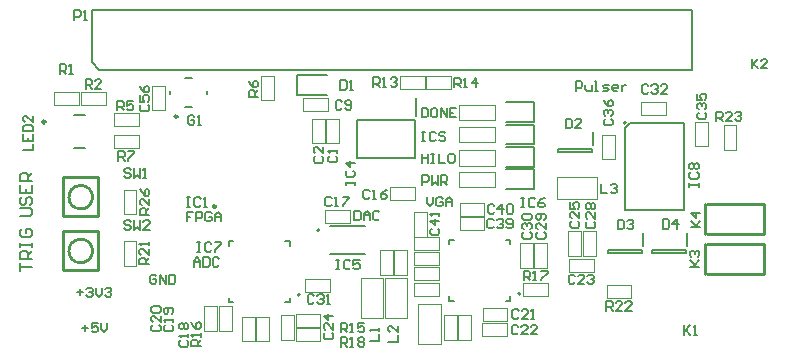
<source format=gto>
G04*
G04 #@! TF.GenerationSoftware,Altium Limited,Altium Designer,21.2.2 (38)*
G04*
G04 Layer_Color=65535*
%FSLAX44Y44*%
%MOMM*%
G71*
G04*
G04 #@! TF.SameCoordinates,E7746868-0F62-4201-A4F5-850C2E651218*
G04*
G04*
G04 #@! TF.FilePolarity,Positive*
G04*
G01*
G75*
%ADD10C,0.2500*%
%ADD11C,0.2000*%
%ADD12C,0.2540*%
%ADD13C,0.1000*%
%ADD14C,0.1200*%
%ADD15C,0.1270*%
%ADD16C,0.1500*%
%ADD17C,0.1800*%
D10*
X176750Y123750D02*
G03*
X176750Y123750I-1250J0D01*
G01*
X144250Y199750D02*
G03*
X144250Y199750I-1250J0D01*
G01*
X32390Y195330D02*
G03*
X32390Y195330I-1250J0D01*
G01*
D11*
X524000Y194500D02*
G03*
X524000Y194500I-1000J0D01*
G01*
X248000Y48800D02*
G03*
X248000Y48800I-1000J0D01*
G01*
X434500Y49800D02*
G03*
X434500Y49800I-1000J0D01*
G01*
X264350Y103500D02*
G03*
X264350Y103500I-1000J0D01*
G01*
X71450Y245900D02*
Y290350D01*
Y245900D02*
X77800Y239550D01*
X579450D01*
Y290350D01*
X71450D02*
X579450D01*
X71450Y245900D02*
Y290350D01*
Y245900D02*
X77800Y239550D01*
X579450D01*
Y290350D01*
X71450D02*
X579450D01*
X523000Y190000D02*
X527500Y194500D01*
X523000Y120500D02*
Y190000D01*
Y120500D02*
X573000D01*
Y194500D01*
X527500D02*
X573000D01*
X575000Y84000D02*
Y87000D01*
X546000Y84000D02*
X575000D01*
X546000D02*
Y87000D01*
X575000D01*
X575850Y90500D02*
Y101500D01*
X537500Y84000D02*
Y87000D01*
X508500Y84000D02*
X537500D01*
X508500D02*
Y87000D01*
X537500D01*
X538350Y90500D02*
Y101500D01*
X495499Y169501D02*
Y172501D01*
X466499Y169501D02*
X495499D01*
X466499D02*
Y172501D01*
X495499D01*
X496349Y176001D02*
Y187001D01*
X422249Y154999D02*
X445999D01*
Y138499D02*
Y154999D01*
X422249Y138499D02*
X445999D01*
X422249Y192999D02*
X445999D01*
Y176499D02*
Y192999D01*
X422249Y176499D02*
X445999D01*
X422249Y173999D02*
X445999D01*
Y157499D02*
Y173999D01*
X422249Y157499D02*
X445999D01*
X422249Y211999D02*
X445999D01*
Y195499D02*
Y211999D01*
X422249Y195499D02*
X445999D01*
X345000Y165000D02*
Y197000D01*
X296000Y165000D02*
X345000D01*
X296000D02*
Y197000D01*
X345000D01*
X346300Y200500D02*
Y215750D01*
X245750Y235250D02*
X270500D01*
X245750Y217750D02*
Y235250D01*
Y217750D02*
X270500D01*
X150500Y207500D02*
X156500D01*
X169500Y218500D02*
Y221500D01*
X150500Y232500D02*
X156500D01*
X137500Y218500D02*
Y221500D01*
X56490Y201000D02*
X65510D01*
X56490Y173000D02*
X65510D01*
D12*
X61724Y95986D02*
G03*
X62425Y95998I526J-9986D01*
G01*
X61724Y141486D02*
G03*
X62425Y141498I526J-9986D01*
G01*
X640430Y100300D02*
Y125700D01*
X590900Y100300D02*
Y125700D01*
X592170Y100300D02*
X640430D01*
X592170Y125700D02*
X640430D01*
Y66800D02*
Y92200D01*
X590900Y66800D02*
Y92200D01*
X592170Y66800D02*
X640430D01*
X592170Y92200D02*
X640430D01*
X47250Y69750D02*
Y103000D01*
X77000D01*
Y69750D02*
Y103000D01*
X47250Y69750D02*
X77000D01*
X47250Y115250D02*
Y148500D01*
X77000D01*
Y115250D02*
Y148500D01*
X47250Y115250D02*
X77000D01*
D13*
X122500Y205000D02*
Y226000D01*
X133500D01*
Y205000D02*
Y226000D01*
X122500Y205000D02*
X133500D01*
X382749Y171249D02*
X412749D01*
Y158249D02*
Y171249D01*
X382749Y158249D02*
X412749D01*
X382749D02*
Y171249D01*
Y152750D02*
X412749D01*
Y139749D02*
Y152750D01*
X382749Y139749D02*
X412749D01*
X382749D02*
Y152750D01*
Y191250D02*
X412749D01*
Y178249D02*
Y191250D01*
X382749Y178249D02*
X412749D01*
X382749D02*
Y191250D01*
Y209749D02*
X412749D01*
Y196749D02*
Y209749D01*
X382749Y196749D02*
X412749D01*
X382749D02*
Y209749D01*
X382000Y11000D02*
Y32000D01*
X393000D01*
Y11000D02*
Y32000D01*
X382000Y11000D02*
X393000D01*
X369500D02*
Y32000D01*
X380500D01*
Y11000D02*
Y32000D01*
X369500Y11000D02*
X380500D01*
X344500Y72000D02*
X365500D01*
Y61000D02*
Y72000D01*
X344500Y61000D02*
X365500D01*
X344500D02*
Y72000D01*
Y59000D02*
X365500D01*
Y48000D02*
Y59000D01*
X344500Y48000D02*
X365500D01*
X344500D02*
Y59000D01*
X355500Y98000D02*
Y119000D01*
X344500Y98000D02*
X355500D01*
X344500D02*
Y119000D01*
X355500D01*
X382993Y126449D02*
X403993D01*
Y115449D02*
Y126449D01*
X382993Y115449D02*
X403993D01*
X382993D02*
Y126449D01*
Y114449D02*
X403993D01*
Y103449D02*
Y114449D01*
X382993Y103449D02*
X403993D01*
X382993D02*
Y114449D01*
X515000Y163500D02*
Y184500D01*
X504000Y163500D02*
X515000D01*
X504000D02*
Y184500D01*
X515000D01*
X593500Y174500D02*
Y195500D01*
X582500Y174500D02*
X593500D01*
X582500D02*
Y195500D01*
X593500D01*
X536500Y201000D02*
X557500D01*
X536500D02*
Y212000D01*
X557500D01*
Y201000D02*
Y212000D01*
X252000Y62000D02*
X273000D01*
Y51000D02*
Y62000D01*
X252000Y51000D02*
X273000D01*
X252000D02*
Y62000D01*
X434001Y71750D02*
Y92750D01*
X445001D01*
Y71750D02*
Y92750D01*
X434001Y71750D02*
X445001D01*
X446001D02*
Y92750D01*
X457001D01*
Y71750D02*
Y92750D01*
X446001Y71750D02*
X457001D01*
X487500Y82000D02*
Y103000D01*
X498500D01*
Y82000D02*
Y103000D01*
X487500Y82000D02*
X498500D01*
X327500Y65500D02*
Y86500D01*
X338500D01*
Y65500D02*
Y86500D01*
X327500Y65500D02*
X338500D01*
X315500D02*
Y86500D01*
X326500D01*
Y65500D02*
Y86500D01*
X315500Y65500D02*
X326500D01*
X475000Y82000D02*
Y103000D01*
X486000D01*
Y82000D02*
Y103000D01*
X475000Y82000D02*
X486000D01*
X232000Y11000D02*
Y32000D01*
X243000D01*
Y11000D02*
Y32000D01*
X232000Y11000D02*
X243000D01*
X475500Y68500D02*
X496500D01*
X475500D02*
Y79500D01*
X496500D01*
Y68500D02*
Y79500D01*
X402000Y14000D02*
X423000D01*
X402000D02*
Y25000D01*
X423000D01*
Y14000D02*
Y25000D01*
X402500Y37500D02*
X423500D01*
Y26500D02*
Y37500D01*
X402500Y26500D02*
X423500D01*
X402500D02*
Y37500D01*
X167000Y18500D02*
Y39500D01*
X178000D01*
Y18500D02*
Y39500D01*
X167000Y18500D02*
X178000D01*
X179000Y18500D02*
Y39500D01*
X190000D01*
Y18500D02*
Y39500D01*
X179000Y18500D02*
X190000D01*
X209500Y9500D02*
Y30500D01*
X198500Y9500D02*
X209500D01*
X198500D02*
Y30500D01*
X209500D01*
X269500Y109500D02*
X290500D01*
X269500D02*
Y120500D01*
X290500D01*
Y109500D02*
Y120500D01*
X324000Y129000D02*
X345000D01*
X324000D02*
Y140000D01*
X345000D01*
Y129000D02*
Y140000D01*
X250500Y204500D02*
X271500D01*
X250500D02*
Y215500D01*
X271500D01*
Y204500D02*
Y215500D01*
X269000Y177000D02*
Y198000D01*
X258000Y177000D02*
X269000D01*
X258000D02*
Y198000D01*
X269000D01*
X281000Y177000D02*
Y198000D01*
X270000Y177000D02*
X281000D01*
X270000D02*
Y198000D01*
X281000D01*
X98500Y117000D02*
X109500D01*
Y138000D01*
X98500D02*
X109500D01*
X98500Y117000D02*
Y138000D01*
X606500Y171500D02*
X617500D01*
Y192500D01*
X606500D02*
X617500D01*
X606500Y171500D02*
Y192500D01*
X528500Y46500D02*
Y57500D01*
X507500D02*
X528500D01*
X507500Y46500D02*
Y57500D01*
Y46500D02*
X528500D01*
X98500Y73500D02*
X109500D01*
Y94500D01*
X98500D02*
X109500D01*
X98500Y73500D02*
Y94500D01*
X365500Y74000D02*
Y85000D01*
X344500D02*
X365500D01*
X344500Y74000D02*
Y85000D01*
Y74000D02*
X365500D01*
Y86500D02*
Y97500D01*
X344500D02*
X365500D01*
X344500Y86500D02*
Y97500D01*
Y86500D02*
X365500D01*
X265250Y10001D02*
Y21001D01*
X244250D02*
X265250D01*
X244250Y10001D02*
Y21001D01*
Y10001D02*
X265250D01*
X457500Y47500D02*
Y58500D01*
X436500D02*
X457500D01*
X436500Y47500D02*
Y58500D01*
Y47500D02*
X457500D01*
X210500Y30500D02*
X221500D01*
X210500Y9500D02*
Y30500D01*
Y9500D02*
X221500D01*
Y30500D01*
X265170Y21767D02*
Y32767D01*
X244170D02*
X265170D01*
X244170Y21767D02*
Y32767D01*
Y21767D02*
X265170D01*
X376000Y223500D02*
Y234500D01*
X355000D02*
X376000D01*
X355000Y223500D02*
Y234500D01*
Y223500D02*
X376000D01*
X353500D02*
Y234500D01*
X332500D02*
X353500D01*
X332500Y223500D02*
Y234500D01*
Y223500D02*
X353500D01*
X90500Y173500D02*
Y184500D01*
Y173500D02*
X111500D01*
Y184500D01*
X90500D02*
X111500D01*
X215251Y234500D02*
X226251D01*
X215251Y213500D02*
Y234500D01*
Y213500D02*
X226251D01*
Y234500D01*
X90500Y191500D02*
Y202500D01*
Y191500D02*
X111500D01*
Y202500D01*
X90500D02*
X111500D01*
X62500Y209500D02*
Y220500D01*
Y209500D02*
X83500D01*
Y220500D01*
X62500D02*
X83500D01*
X39500Y209500D02*
Y220500D01*
Y209500D02*
X60500D01*
Y220500D01*
X39500D02*
X60500D01*
D14*
X348000Y41500D02*
X367000D01*
X348000Y7500D02*
Y41500D01*
Y7500D02*
X367000D01*
Y41500D01*
X465500Y130000D02*
Y149000D01*
Y130000D02*
X499500D01*
Y149000D01*
X465500D02*
X499500D01*
X319500Y63000D02*
X338500D01*
X319500Y29000D02*
Y63000D01*
Y29000D02*
X338500D01*
Y63000D01*
X299500D02*
X318500D01*
X299500Y29000D02*
Y63000D01*
Y29000D02*
X318500D01*
Y63000D01*
D15*
X187700Y94300D02*
X191500D01*
X187700Y90500D02*
Y94300D01*
X235500D02*
X239300D01*
Y90500D02*
Y94300D01*
X187700Y42700D02*
Y46500D01*
Y42700D02*
X191500D01*
X239300D02*
Y46500D01*
X235500Y42700D02*
X239300D01*
X374200Y95300D02*
X378000D01*
X374200Y91500D02*
Y95300D01*
X422000D02*
X425800D01*
Y91500D02*
Y95300D01*
X374200Y43700D02*
Y47500D01*
Y43700D02*
X378000D01*
X425800D02*
Y47500D01*
X422000Y43700D02*
X425800D01*
X273350Y107500D02*
X303350D01*
X273350Y83500D02*
X303350D01*
D16*
X126332Y64665D02*
X124999Y65997D01*
X122333D01*
X121000Y64665D01*
Y59333D01*
X122333Y58000D01*
X124999D01*
X126332Y59333D01*
Y61999D01*
X123666D01*
X128997Y58000D02*
Y65997D01*
X134329Y58000D01*
Y65997D01*
X136995D02*
Y58000D01*
X140993D01*
X142326Y59333D01*
Y64665D01*
X140993Y65997D01*
X136995D01*
X351398Y142001D02*
Y149999D01*
X355397D01*
X356730Y148666D01*
Y146000D01*
X355397Y144667D01*
X351398D01*
X359396Y149999D02*
Y142001D01*
X362061Y144667D01*
X364727Y142001D01*
Y149999D01*
X367393Y142001D02*
Y149999D01*
X371392D01*
X372725Y148666D01*
Y146000D01*
X371392Y144667D01*
X367393D01*
X370059D02*
X372725Y142001D01*
X351000Y168497D02*
Y160500D01*
Y164499D01*
X356331D01*
Y168497D01*
Y160500D01*
X358997Y168497D02*
X361663D01*
X360330D01*
Y160500D01*
X358997D01*
X361663D01*
X365662Y168497D02*
Y160500D01*
X370993D01*
X377658Y168497D02*
X374992D01*
X373659Y167164D01*
Y161833D01*
X374992Y160500D01*
X377658D01*
X378991Y161833D01*
Y167164D01*
X377658Y168497D01*
X351000Y186997D02*
X353666D01*
X352333D01*
Y179000D01*
X351000D01*
X353666D01*
X362996Y185665D02*
X361663Y186997D01*
X358997D01*
X357664Y185665D01*
Y180333D01*
X358997Y179000D01*
X361663D01*
X362996Y180333D01*
X370993Y185665D02*
X369661Y186997D01*
X366995D01*
X365662Y185665D01*
Y184332D01*
X366995Y182999D01*
X369661D01*
X370993Y181666D01*
Y180333D01*
X369661Y179000D01*
X366995D01*
X365662Y180333D01*
X351000Y206997D02*
Y199000D01*
X354999D01*
X356331Y200333D01*
Y205665D01*
X354999Y206997D01*
X351000D01*
X362996D02*
X360330D01*
X358997Y205665D01*
Y200333D01*
X360330Y199000D01*
X362996D01*
X364329Y200333D01*
Y205665D01*
X362996Y206997D01*
X366995Y199000D02*
Y206997D01*
X372326Y199000D01*
Y206997D01*
X380324D02*
X374992D01*
Y199000D01*
X380324D01*
X374992Y202999D02*
X377658D01*
X158000Y72500D02*
Y77832D01*
X160666Y80497D01*
X163332Y77832D01*
Y72500D01*
Y76499D01*
X158000D01*
X165997Y80497D02*
Y72500D01*
X169996D01*
X171329Y73833D01*
Y79165D01*
X169996Y80497D01*
X165997D01*
X179326Y79165D02*
X177994Y80497D01*
X175328D01*
X173995Y79165D01*
Y73833D01*
X175328Y72500D01*
X177994D01*
X179326Y73833D01*
X481500Y221500D02*
Y229497D01*
X485499D01*
X486832Y228165D01*
Y225499D01*
X485499Y224166D01*
X481500D01*
X489497Y226832D02*
Y222833D01*
X490830Y221500D01*
X494829D01*
Y226832D01*
X497495Y221500D02*
X500161D01*
X498828D01*
Y229497D01*
X497495D01*
X504159Y221500D02*
X508158D01*
X509491Y222833D01*
X508158Y224166D01*
X505492D01*
X504159Y225499D01*
X505492Y226832D01*
X509491D01*
X516155Y221500D02*
X513490D01*
X512157Y222833D01*
Y225499D01*
X513490Y226832D01*
X516155D01*
X517488Y225499D01*
Y224166D01*
X512157D01*
X520154Y226832D02*
Y221500D01*
Y224166D01*
X521487Y225499D01*
X522820Y226832D01*
X524153D01*
X293897Y120097D02*
Y112100D01*
X297896D01*
X299229Y113432D01*
Y118764D01*
X297896Y120097D01*
X293897D01*
X301895Y112100D02*
Y117431D01*
X304561Y120097D01*
X307227Y117431D01*
Y112100D01*
Y116098D01*
X301895D01*
X315224Y118764D02*
X313891Y120097D01*
X311225D01*
X309892Y118764D01*
Y113432D01*
X311225Y112100D01*
X313891D01*
X315224Y113432D01*
X355499Y131747D02*
Y126415D01*
X358165Y123749D01*
X360831Y126415D01*
Y131747D01*
X368828Y130414D02*
X367495Y131747D01*
X364830D01*
X363497Y130414D01*
Y125082D01*
X364830Y123749D01*
X367495D01*
X368828Y125082D01*
Y127748D01*
X366162D01*
X371494Y123749D02*
Y129081D01*
X374160Y131747D01*
X376826Y129081D01*
Y123749D01*
Y127748D01*
X371494D01*
X157235Y119172D02*
X151904D01*
Y115174D01*
X154570D01*
X151904D01*
Y111175D01*
X159901D02*
Y119172D01*
X163900D01*
X165233Y117839D01*
Y115174D01*
X163900Y113841D01*
X159901D01*
X173230Y117839D02*
X171897Y119172D01*
X169231D01*
X167899Y117839D01*
Y112508D01*
X169231Y111175D01*
X171897D01*
X173230Y112508D01*
Y115174D01*
X170564D01*
X175896Y111175D02*
Y116506D01*
X178562Y119172D01*
X181228Y116506D01*
Y111175D01*
Y115174D01*
X175896D01*
X63500Y20999D02*
X68832D01*
X66166Y23665D02*
Y18333D01*
X76829Y24997D02*
X71497D01*
Y20999D01*
X74163Y22332D01*
X75496D01*
X76829Y20999D01*
Y18333D01*
X75496Y17000D01*
X72830D01*
X71497Y18333D01*
X79495Y24997D02*
Y19666D01*
X82161Y17000D01*
X84826Y19666D01*
Y24997D01*
X59000Y50999D02*
X64331D01*
X61666Y53664D02*
Y48333D01*
X66997Y53664D02*
X68330Y54997D01*
X70996D01*
X72329Y53664D01*
Y52332D01*
X70996Y50999D01*
X69663D01*
X70996D01*
X72329Y49666D01*
Y48333D01*
X70996Y47000D01*
X68330D01*
X66997Y48333D01*
X74995Y54997D02*
Y49666D01*
X77661Y47000D01*
X80326Y49666D01*
Y54997D01*
X82992Y53664D02*
X84325Y54997D01*
X86991D01*
X88324Y53664D01*
Y52332D01*
X86991Y50999D01*
X85658D01*
X86991D01*
X88324Y49666D01*
Y48333D01*
X86991Y47000D01*
X84325D01*
X82992Y48333D01*
X56918Y281751D02*
Y289749D01*
X60917D01*
X62250Y288416D01*
Y285750D01*
X60917Y284417D01*
X56918D01*
X64916Y281751D02*
X67582D01*
X66249D01*
Y289749D01*
X64916Y288416D01*
X212330Y216714D02*
X204333D01*
Y220713D01*
X205665Y222045D01*
X208331D01*
X209664Y220713D01*
Y216714D01*
Y219380D02*
X212330Y222045D01*
X204333Y230043D02*
X205665Y227377D01*
X208331Y224711D01*
X210997D01*
X212330Y226044D01*
Y228710D01*
X210997Y230043D01*
X209664D01*
X208331Y228710D01*
Y224711D01*
X278503Y78499D02*
X281169D01*
X279836D01*
Y70501D01*
X278503D01*
X281169D01*
X290499Y77166D02*
X289166Y78499D01*
X286501D01*
X285168Y77166D01*
Y71834D01*
X286501Y70501D01*
X289166D01*
X290499Y71834D01*
X298497Y78499D02*
X293165D01*
Y74500D01*
X295831Y75833D01*
X297164D01*
X298497Y74500D01*
Y71834D01*
X297164Y70501D01*
X294498D01*
X293165Y71834D01*
X158500Y199666D02*
X157167Y200999D01*
X154501D01*
X153168Y199666D01*
Y194334D01*
X154501Y193001D01*
X157167D01*
X158500Y194334D01*
Y197000D01*
X155834D01*
X161166Y193001D02*
X163832D01*
X162499D01*
Y200999D01*
X161166Y199666D01*
X104668Y110666D02*
X103336Y111999D01*
X100670D01*
X99337Y110666D01*
Y109333D01*
X100670Y108000D01*
X103336D01*
X104668Y106667D01*
Y105334D01*
X103336Y104001D01*
X100670D01*
X99337Y105334D01*
X107334Y111999D02*
Y104001D01*
X110000Y106667D01*
X112666Y104001D01*
Y111999D01*
X120663Y104001D02*
X115332D01*
X120663Y109333D01*
Y110666D01*
X119330Y111999D01*
X116664D01*
X115332Y110666D01*
X104501Y154666D02*
X103168Y155999D01*
X100503D01*
X99170Y154666D01*
Y153333D01*
X100503Y152000D01*
X103168D01*
X104501Y150667D01*
Y149334D01*
X103168Y148001D01*
X100503D01*
X99170Y149334D01*
X107167Y155999D02*
Y148001D01*
X109833Y150667D01*
X112499Y148001D01*
Y155999D01*
X115164Y148001D02*
X117830D01*
X116497D01*
Y155999D01*
X115164Y154666D01*
X120499Y116837D02*
X112501D01*
Y120836D01*
X113834Y122168D01*
X116500D01*
X117833Y120836D01*
Y116837D01*
Y119503D02*
X120499Y122168D01*
Y130166D02*
Y124834D01*
X115167Y130166D01*
X113834D01*
X112501Y128833D01*
Y126167D01*
X113834Y124834D01*
X112501Y138163D02*
X113834Y135498D01*
X116500Y132832D01*
X119166D01*
X120499Y134165D01*
Y136830D01*
X119166Y138163D01*
X117833D01*
X116500Y136830D01*
Y132832D01*
X600337Y196001D02*
Y203999D01*
X604335D01*
X605668Y202666D01*
Y200000D01*
X604335Y198667D01*
X600337D01*
X603003D02*
X605668Y196001D01*
X613666D02*
X608334D01*
X613666Y201333D01*
Y202666D01*
X612333Y203999D01*
X609667D01*
X608334Y202666D01*
X616332D02*
X617664Y203999D01*
X620330D01*
X621663Y202666D01*
Y201333D01*
X620330Y200000D01*
X618997D01*
X620330D01*
X621663Y198667D01*
Y197334D01*
X620330Y196001D01*
X617664D01*
X616332Y197334D01*
X507337Y35501D02*
Y43499D01*
X511335D01*
X512668Y42166D01*
Y39500D01*
X511335Y38167D01*
X507337D01*
X510003D02*
X512668Y35501D01*
X520666D02*
X515334D01*
X520666Y40833D01*
Y42166D01*
X519333Y43499D01*
X516667D01*
X515334Y42166D01*
X528663Y35501D02*
X523332D01*
X528663Y40833D01*
Y42166D01*
X527330Y43499D01*
X524664D01*
X523332Y42166D01*
X119999Y74670D02*
X112001D01*
Y78668D01*
X113334Y80001D01*
X116000D01*
X117333Y78668D01*
Y74670D01*
Y77336D02*
X119999Y80001D01*
Y87999D02*
Y82667D01*
X114667Y87999D01*
X113334D01*
X112001Y86666D01*
Y84000D01*
X113334Y82667D01*
X119999Y90665D02*
Y93330D01*
Y91997D01*
X112001D01*
X113334Y90665D01*
X282503Y5001D02*
Y12999D01*
X286502D01*
X287835Y11666D01*
Y9000D01*
X286502Y7667D01*
X282503D01*
X285169D02*
X287835Y5001D01*
X290501D02*
X293166D01*
X291833D01*
Y12999D01*
X290501Y11666D01*
X297165D02*
X298498Y12999D01*
X301164D01*
X302497Y11666D01*
Y10333D01*
X301164Y9000D01*
X302497Y7667D01*
Y6334D01*
X301164Y5001D01*
X298498D01*
X297165Y6334D01*
Y7667D01*
X298498Y9000D01*
X297165Y10333D01*
Y11666D01*
X298498Y9000D02*
X301164D01*
X437503Y61001D02*
Y68999D01*
X441502D01*
X442835Y67666D01*
Y65000D01*
X441502Y63667D01*
X437503D01*
X440169D02*
X442835Y61001D01*
X445501D02*
X448166D01*
X446833D01*
Y68999D01*
X445501Y67666D01*
X452165Y68999D02*
X457497D01*
Y67666D01*
X452165Y62334D01*
Y61001D01*
X163999Y5503D02*
X156001D01*
Y9502D01*
X157334Y10835D01*
X160000D01*
X161333Y9502D01*
Y5503D01*
Y8169D02*
X163999Y10835D01*
Y13501D02*
Y16166D01*
Y14834D01*
X156001D01*
X157334Y13501D01*
X156001Y25497D02*
X157334Y22831D01*
X160000Y20165D01*
X162666D01*
X163999Y21498D01*
Y24164D01*
X162666Y25497D01*
X161333D01*
X160000Y24164D01*
Y20165D01*
X282503Y17001D02*
Y24999D01*
X286502D01*
X287835Y23666D01*
Y21000D01*
X286502Y19667D01*
X282503D01*
X285169D02*
X287835Y17001D01*
X290501D02*
X293166D01*
X291833D01*
Y24999D01*
X290501Y23666D01*
X302497Y24999D02*
X297165D01*
Y21000D01*
X299831Y22333D01*
X301164D01*
X302497Y21000D01*
Y18334D01*
X301164Y17001D01*
X298498D01*
X297165Y18334D01*
X378503Y224501D02*
Y232499D01*
X382502D01*
X383835Y231166D01*
Y228500D01*
X382502Y227167D01*
X378503D01*
X381169D02*
X383835Y224501D01*
X386501D02*
X389166D01*
X387834D01*
Y232499D01*
X386501Y231166D01*
X397164Y224501D02*
Y232499D01*
X393165Y228500D01*
X398497D01*
X310003Y225001D02*
Y232999D01*
X314002D01*
X315335Y231666D01*
Y229000D01*
X314002Y227667D01*
X310003D01*
X312669D02*
X315335Y225001D01*
X318001D02*
X320666D01*
X319333D01*
Y232999D01*
X318001Y231666D01*
X324665D02*
X325998Y232999D01*
X328664D01*
X329997Y231666D01*
Y230333D01*
X328664Y229000D01*
X327331D01*
X328664D01*
X329997Y227667D01*
Y226334D01*
X328664Y225001D01*
X325998D01*
X324665Y226334D01*
X94230Y162501D02*
Y170499D01*
X98229D01*
X99562Y169166D01*
Y166500D01*
X98229Y165167D01*
X94230D01*
X96896D02*
X99562Y162501D01*
X102228Y170499D02*
X107560D01*
Y169166D01*
X102228Y163834D01*
Y162501D01*
X93335Y205001D02*
Y212999D01*
X97334D01*
X98667Y211666D01*
Y209000D01*
X97334Y207667D01*
X93335D01*
X96001D02*
X98667Y205001D01*
X106664Y212999D02*
X101333D01*
Y209000D01*
X103999Y210333D01*
X105332D01*
X106664Y209000D01*
Y206334D01*
X105332Y205001D01*
X102666D01*
X101333Y206334D01*
X66336Y223501D02*
Y231499D01*
X70334D01*
X71667Y230166D01*
Y227500D01*
X70334Y226167D01*
X66336D01*
X69001D02*
X71667Y223501D01*
X79665D02*
X74333D01*
X79665Y228833D01*
Y230166D01*
X78332Y231499D01*
X75666D01*
X74333Y230166D01*
X44668Y236001D02*
Y243999D01*
X48667D01*
X50000Y242666D01*
Y240000D01*
X48667Y238667D01*
X44668D01*
X47334D02*
X50000Y236001D01*
X52666D02*
X55332D01*
X53999D01*
Y243999D01*
X52666Y242666D01*
X13501Y171338D02*
X21499D01*
Y176670D01*
X13501Y184667D02*
Y179335D01*
X21499D01*
Y184667D01*
X17500Y179335D02*
Y182001D01*
X13501Y187333D02*
X21499D01*
Y191332D01*
X20166Y192665D01*
X14834D01*
X13501Y191332D01*
Y187333D01*
X21499Y200662D02*
Y195330D01*
X16167Y200662D01*
X14834D01*
X13501Y199329D01*
Y196663D01*
X14834Y195330D01*
X502835Y142999D02*
Y135001D01*
X508167D01*
X510833Y141666D02*
X512166Y142999D01*
X514832D01*
X516165Y141666D01*
Y140333D01*
X514832Y139000D01*
X513499D01*
X514832D01*
X516165Y137667D01*
Y136334D01*
X514832Y135001D01*
X512166D01*
X510833Y136334D01*
X322501Y9336D02*
X330499D01*
Y14667D01*
Y22664D02*
Y17333D01*
X325167Y22664D01*
X323834D01*
X322501Y21332D01*
Y18666D01*
X323834Y17333D01*
X307001Y10168D02*
X314999D01*
Y15500D01*
Y18166D02*
Y20832D01*
Y19499D01*
X307001D01*
X308334Y18166D01*
X472836Y197999D02*
Y190001D01*
X476834D01*
X478167Y191334D01*
Y196666D01*
X476834Y197999D01*
X472836D01*
X486165Y190001D02*
X480833D01*
X486165Y195333D01*
Y196666D01*
X484832Y197999D01*
X482166D01*
X480833Y196666D01*
X282168Y230499D02*
Y222501D01*
X286167D01*
X287500Y223834D01*
Y229166D01*
X286167Y230499D01*
X282168D01*
X290166Y222501D02*
X292832D01*
X291499D01*
Y230499D01*
X290166Y229166D01*
X113584Y209668D02*
X112251Y208335D01*
Y205670D01*
X113584Y204337D01*
X118915D01*
X120248Y205670D01*
Y208335D01*
X118915Y209668D01*
X112251Y217666D02*
Y212334D01*
X116250D01*
X114917Y215000D01*
Y216333D01*
X116250Y217666D01*
X118915D01*
X120248Y216333D01*
Y213667D01*
X118915Y212334D01*
X112251Y225663D02*
X113584Y222997D01*
X116250Y220332D01*
X118915D01*
X120248Y221665D01*
Y224330D01*
X118915Y225663D01*
X117583D01*
X116250Y224330D01*
Y220332D01*
X359334Y105001D02*
X358001Y103668D01*
Y101003D01*
X359334Y99670D01*
X364666D01*
X365999Y101003D01*
Y103668D01*
X364666Y105001D01*
X365999Y111666D02*
X358001D01*
X362000Y107667D01*
Y112999D01*
X365999Y115665D02*
Y118330D01*
Y116997D01*
X358001D01*
X359334Y115665D01*
X412416Y124103D02*
X411083Y125436D01*
X408418D01*
X407085Y124103D01*
Y118772D01*
X408418Y117439D01*
X411083D01*
X412416Y118772D01*
X419081Y117439D02*
Y125436D01*
X415082Y121437D01*
X420414D01*
X423079Y124103D02*
X424412Y125436D01*
X427078D01*
X428411Y124103D01*
Y118772D01*
X427078Y117439D01*
X424412D01*
X423079Y118772D01*
Y124103D01*
X411906Y111847D02*
X410573Y113180D01*
X407907D01*
X406574Y111847D01*
Y106515D01*
X407907Y105183D01*
X410573D01*
X411906Y106515D01*
X414571Y111847D02*
X415904Y113180D01*
X418570D01*
X419903Y111847D01*
Y110514D01*
X418570Y109181D01*
X417237D01*
X418570D01*
X419903Y107848D01*
Y106515D01*
X418570Y105183D01*
X415904D01*
X414571Y106515D01*
X422569D02*
X423902Y105183D01*
X426567D01*
X427900Y106515D01*
Y111847D01*
X426567Y113180D01*
X423902D01*
X422569Y111847D01*
Y110514D01*
X423902Y109181D01*
X427900D01*
X506334Y197668D02*
X505001Y196336D01*
Y193670D01*
X506334Y192337D01*
X511666D01*
X512999Y193670D01*
Y196336D01*
X511666Y197668D01*
X506334Y200334D02*
X505001Y201667D01*
Y204333D01*
X506334Y205666D01*
X507667D01*
X509000Y204333D01*
Y203000D01*
Y204333D01*
X510333Y205666D01*
X511666D01*
X512999Y204333D01*
Y201667D01*
X511666Y200334D01*
X505001Y213663D02*
X506334Y210997D01*
X509000Y208332D01*
X511666D01*
X512999Y209665D01*
Y212330D01*
X511666Y213663D01*
X510333D01*
X509000Y212330D01*
Y208332D01*
X585334Y203168D02*
X584001Y201835D01*
Y199170D01*
X585334Y197837D01*
X590666D01*
X591999Y199170D01*
Y201835D01*
X590666Y203168D01*
X585334Y205834D02*
X584001Y207167D01*
Y209833D01*
X585334Y211166D01*
X586667D01*
X588000Y209833D01*
Y208500D01*
Y209833D01*
X589333Y211166D01*
X590666D01*
X591999Y209833D01*
Y207167D01*
X590666Y205834D01*
X584001Y219163D02*
Y213832D01*
X588000D01*
X586667Y216497D01*
Y217830D01*
X588000Y219163D01*
X590666D01*
X591999Y217830D01*
Y215165D01*
X590666Y213832D01*
X542794Y225637D02*
X541461Y226969D01*
X538795D01*
X537462Y225637D01*
Y220305D01*
X538795Y218972D01*
X541461D01*
X542794Y220305D01*
X545459Y225637D02*
X546792Y226969D01*
X549458D01*
X550791Y225637D01*
Y224304D01*
X549458Y222971D01*
X548125D01*
X549458D01*
X550791Y221638D01*
Y220305D01*
X549458Y218972D01*
X546792D01*
X545459Y220305D01*
X558788Y218972D02*
X553457D01*
X558788Y224304D01*
Y225637D01*
X557455Y226969D01*
X554790D01*
X553457Y225637D01*
X259840Y47875D02*
X258507Y49208D01*
X255842D01*
X254509Y47875D01*
Y42544D01*
X255842Y41211D01*
X258507D01*
X259840Y42544D01*
X262506Y47875D02*
X263839Y49208D01*
X266505D01*
X267838Y47875D01*
Y46543D01*
X266505Y45210D01*
X265172D01*
X266505D01*
X267838Y43877D01*
Y42544D01*
X266505Y41211D01*
X263839D01*
X262506Y42544D01*
X270504Y41211D02*
X273169D01*
X271837D01*
Y49208D01*
X270504Y47875D01*
X437334Y101668D02*
X436001Y100336D01*
Y97670D01*
X437334Y96337D01*
X442666D01*
X443999Y97670D01*
Y100336D01*
X442666Y101668D01*
X437334Y104334D02*
X436001Y105667D01*
Y108333D01*
X437334Y109666D01*
X438667D01*
X440000Y108333D01*
Y107000D01*
Y108333D01*
X441333Y109666D01*
X442666D01*
X443999Y108333D01*
Y105667D01*
X442666Y104334D01*
X437334Y112332D02*
X436001Y113665D01*
Y116330D01*
X437334Y117663D01*
X442666D01*
X443999Y116330D01*
Y113665D01*
X442666Y112332D01*
X437334D01*
X449334Y101668D02*
X448001Y100336D01*
Y97670D01*
X449334Y96337D01*
X454666D01*
X455999Y97670D01*
Y100336D01*
X454666Y101668D01*
X455999Y109666D02*
Y104334D01*
X450667Y109666D01*
X449334D01*
X448001Y108333D01*
Y105667D01*
X449334Y104334D01*
X454666Y112332D02*
X455999Y113665D01*
Y116330D01*
X454666Y117663D01*
X449334D01*
X448001Y116330D01*
Y113665D01*
X449334Y112332D01*
X450667D01*
X452000Y113665D01*
Y117663D01*
X491334Y110668D02*
X490001Y109335D01*
Y106670D01*
X491334Y105337D01*
X496666D01*
X497999Y106670D01*
Y109335D01*
X496666Y110668D01*
X497999Y118666D02*
Y113334D01*
X492667Y118666D01*
X491334D01*
X490001Y117333D01*
Y114667D01*
X491334Y113334D01*
Y121332D02*
X490001Y122665D01*
Y125330D01*
X491334Y126663D01*
X492667D01*
X494000Y125330D01*
X495333Y126663D01*
X496666D01*
X497999Y125330D01*
Y122665D01*
X496666Y121332D01*
X495333D01*
X494000Y122665D01*
X492667Y121332D01*
X491334D01*
X494000Y122665D02*
Y125330D01*
X477834Y111168D02*
X476501Y109836D01*
Y107170D01*
X477834Y105837D01*
X483166D01*
X484499Y107170D01*
Y109836D01*
X483166Y111168D01*
X484499Y119166D02*
Y113834D01*
X479167Y119166D01*
X477834D01*
X476501Y117833D01*
Y115167D01*
X477834Y113834D01*
X476501Y127163D02*
Y121832D01*
X480500D01*
X479167Y124497D01*
Y125830D01*
X480500Y127163D01*
X483166D01*
X484499Y125830D01*
Y123165D01*
X483166Y121832D01*
X269334Y16668D02*
X268001Y15336D01*
Y12670D01*
X269334Y11337D01*
X274666D01*
X275999Y12670D01*
Y15336D01*
X274666Y16668D01*
X275999Y24666D02*
Y19334D01*
X270667Y24666D01*
X269334D01*
X268001Y23333D01*
Y20667D01*
X269334Y19334D01*
X275999Y31330D02*
X268001D01*
X272000Y27332D01*
Y32663D01*
X480668Y64666D02*
X479335Y65999D01*
X476670D01*
X475337Y64666D01*
Y59334D01*
X476670Y58001D01*
X479335D01*
X480668Y59334D01*
X488666Y58001D02*
X483334D01*
X488666Y63333D01*
Y64666D01*
X487333Y65999D01*
X484667D01*
X483334Y64666D01*
X491332D02*
X492664Y65999D01*
X495330D01*
X496663Y64666D01*
Y63333D01*
X495330Y62000D01*
X493997D01*
X495330D01*
X496663Y60667D01*
Y59334D01*
X495330Y58001D01*
X492664D01*
X491332Y59334D01*
X432687Y22042D02*
X431354Y23375D01*
X428689D01*
X427356Y22042D01*
Y16710D01*
X428689Y15378D01*
X431354D01*
X432687Y16710D01*
X440685Y15378D02*
X435353D01*
X440685Y20709D01*
Y22042D01*
X439352Y23375D01*
X436686D01*
X435353Y22042D01*
X448682Y15378D02*
X443350D01*
X448682Y20709D01*
Y22042D01*
X447349Y23375D01*
X444683D01*
X443350Y22042D01*
X433001Y35166D02*
X431668Y36499D01*
X429002D01*
X427670Y35166D01*
Y29834D01*
X429002Y28501D01*
X431668D01*
X433001Y29834D01*
X440999Y28501D02*
X435667D01*
X440999Y33833D01*
Y35166D01*
X439666Y36499D01*
X437000D01*
X435667Y35166D01*
X443664Y28501D02*
X446330D01*
X444997D01*
Y36499D01*
X443664Y35166D01*
X123334Y23168D02*
X122001Y21835D01*
Y19170D01*
X123334Y17837D01*
X128666D01*
X129999Y19170D01*
Y21835D01*
X128666Y23168D01*
X129999Y31166D02*
Y25834D01*
X124667Y31166D01*
X123334D01*
X122001Y29833D01*
Y27167D01*
X123334Y25834D01*
Y33832D02*
X122001Y35165D01*
Y37830D01*
X123334Y39163D01*
X128666D01*
X129999Y37830D01*
Y35165D01*
X128666Y33832D01*
X123334D01*
X133834Y23335D02*
X132501Y22002D01*
Y19336D01*
X133834Y18003D01*
X139166D01*
X140499Y19336D01*
Y22002D01*
X139166Y23335D01*
X140499Y26001D02*
Y28667D01*
Y27334D01*
X132501D01*
X133834Y26001D01*
X139166Y32665D02*
X140499Y33998D01*
Y36664D01*
X139166Y37997D01*
X133834D01*
X132501Y36664D01*
Y33998D01*
X133834Y32665D01*
X135167D01*
X136500Y33998D01*
Y37997D01*
X146834Y10335D02*
X145501Y9002D01*
Y6336D01*
X146834Y5003D01*
X152166D01*
X153499Y6336D01*
Y9002D01*
X152166Y10335D01*
X153499Y13001D02*
Y15667D01*
Y14334D01*
X145501D01*
X146834Y13001D01*
Y19665D02*
X145501Y20998D01*
Y23664D01*
X146834Y24997D01*
X148167D01*
X149500Y23664D01*
X150833Y24997D01*
X152166D01*
X153499Y23664D01*
Y20998D01*
X152166Y19665D01*
X150833D01*
X149500Y20998D01*
X148167Y19665D01*
X146834D01*
X149500Y20998D02*
Y23664D01*
X274835Y130519D02*
X273502Y131852D01*
X270836D01*
X269503Y130519D01*
Y125187D01*
X270836Y123854D01*
X273502D01*
X274835Y125187D01*
X277501Y123854D02*
X280166D01*
X278834D01*
Y131852D01*
X277501Y130519D01*
X284165Y131852D02*
X289497D01*
Y130519D01*
X284165Y125187D01*
Y123854D01*
X306835Y136666D02*
X305502Y137999D01*
X302836D01*
X301503Y136666D01*
Y131334D01*
X302836Y130001D01*
X305502D01*
X306835Y131334D01*
X309501Y130001D02*
X312166D01*
X310833D01*
Y137999D01*
X309501Y136666D01*
X321497Y137999D02*
X318831Y136666D01*
X316165Y134000D01*
Y131334D01*
X317498Y130001D01*
X320164D01*
X321497Y131334D01*
Y132667D01*
X320164Y134000D01*
X316165D01*
X283387Y212386D02*
X282054Y213719D01*
X279388D01*
X278055Y212386D01*
Y207054D01*
X279388Y205721D01*
X282054D01*
X283387Y207054D01*
X286053D02*
X287386Y205721D01*
X290051D01*
X291384Y207054D01*
Y212386D01*
X290051Y213719D01*
X287386D01*
X286053Y212386D01*
Y211053D01*
X287386Y209720D01*
X291384D01*
X260834Y166167D02*
X259501Y164834D01*
Y162168D01*
X260834Y160835D01*
X266166D01*
X267499Y162168D01*
Y164834D01*
X266166Y166167D01*
X267499Y174165D02*
Y168833D01*
X262167Y174165D01*
X260834D01*
X259501Y172832D01*
Y170166D01*
X260834Y168833D01*
X273015Y166318D02*
X271682Y164985D01*
Y162320D01*
X273015Y160987D01*
X278346D01*
X279679Y162320D01*
Y164985D01*
X278346Y166318D01*
X279679Y168984D02*
Y171650D01*
Y170317D01*
X271682D01*
X273015Y168984D01*
X630335Y248499D02*
Y240501D01*
Y243167D01*
X635667Y248499D01*
X631668Y244500D01*
X635667Y240501D01*
X643664D02*
X638333D01*
X643664Y245833D01*
Y247166D01*
X642332Y248499D01*
X639666D01*
X638333Y247166D01*
X573168Y22999D02*
Y15001D01*
Y17667D01*
X578500Y22999D01*
X574501Y19000D01*
X578500Y15001D01*
X581166D02*
X583832D01*
X582499D01*
Y22999D01*
X581166Y21666D01*
X578946Y105972D02*
X586943D01*
X584277D01*
X578946Y111304D01*
X582944Y107305D01*
X586943Y111304D01*
Y117968D02*
X578946D01*
X582944Y113970D01*
Y119301D01*
X578001Y72835D02*
X585999D01*
X583333D01*
X578001Y78167D01*
X582000Y74168D01*
X585999Y78167D01*
X579334Y80833D02*
X578001Y82166D01*
Y84832D01*
X579334Y86165D01*
X580667D01*
X582000Y84832D01*
Y83499D01*
Y84832D01*
X583333Y86165D01*
X584666D01*
X585999Y84832D01*
Y82166D01*
X584666Y80833D01*
X577501Y140503D02*
Y143169D01*
Y141836D01*
X585499D01*
Y140503D01*
Y143169D01*
X578834Y152499D02*
X577501Y151166D01*
Y148501D01*
X578834Y147168D01*
X584166D01*
X585499Y148501D01*
Y151166D01*
X584166Y152499D01*
X578834Y155165D02*
X577501Y156498D01*
Y159164D01*
X578834Y160497D01*
X580167D01*
X581500Y159164D01*
X582833Y160497D01*
X584166D01*
X585499Y159164D01*
Y156498D01*
X584166Y155165D01*
X582833D01*
X581500Y156498D01*
X580167Y155165D01*
X578834D01*
X581500Y156498D02*
Y159164D01*
X161003Y93499D02*
X163669D01*
X162336D01*
Y85501D01*
X161003D01*
X163669D01*
X172999Y92166D02*
X171666Y93499D01*
X169001D01*
X167668Y92166D01*
Y86834D01*
X169001Y85501D01*
X171666D01*
X172999Y86834D01*
X175665Y93499D02*
X180997D01*
Y92166D01*
X175665Y86834D01*
Y85501D01*
X435003Y130999D02*
X437669D01*
X436336D01*
Y123001D01*
X435003D01*
X437669D01*
X446999Y129666D02*
X445666Y130999D01*
X443001D01*
X441668Y129666D01*
Y124334D01*
X443001Y123001D01*
X445666D01*
X446999Y124334D01*
X454997Y130999D02*
X452331Y129666D01*
X449665Y127000D01*
Y124334D01*
X450998Y123001D01*
X453664D01*
X454997Y124334D01*
Y125667D01*
X453664Y127000D01*
X449665D01*
X286501Y142003D02*
Y144669D01*
Y143336D01*
X294499D01*
Y142003D01*
Y144669D01*
X287834Y153999D02*
X286501Y152667D01*
Y150001D01*
X287834Y148668D01*
X293166D01*
X294499Y150001D01*
Y152667D01*
X293166Y153999D01*
X294499Y160664D02*
X286501D01*
X290500Y156665D01*
Y161997D01*
X151836Y131499D02*
X154502D01*
X153169D01*
Y123501D01*
X151836D01*
X154502D01*
X163832Y130166D02*
X162499Y131499D01*
X159833D01*
X158501Y130166D01*
Y124834D01*
X159833Y123501D01*
X162499D01*
X163832Y124834D01*
X166498Y123501D02*
X169164D01*
X167831D01*
Y131499D01*
X166498Y130166D01*
X555096Y112932D02*
Y104935D01*
X559095D01*
X560428Y106268D01*
Y111599D01*
X559095Y112932D01*
X555096D01*
X567092Y104935D02*
Y112932D01*
X563094Y108933D01*
X568425D01*
X516835Y112499D02*
Y104501D01*
X520834D01*
X522167Y105834D01*
Y111166D01*
X520834Y112499D01*
X516835D01*
X524833Y111166D02*
X526166Y112499D01*
X528832D01*
X530164Y111166D01*
Y109833D01*
X528832Y108500D01*
X527499D01*
X528832D01*
X530164Y107167D01*
Y105834D01*
X528832Y104501D01*
X526166D01*
X524833Y105834D01*
D17*
X10703Y69300D02*
Y75964D01*
Y72632D01*
X20700D01*
Y79297D02*
X10703D01*
Y84295D01*
X12369Y85961D01*
X15702D01*
X17368Y84295D01*
Y79297D01*
Y82629D02*
X20700Y85961D01*
X10703Y89294D02*
Y92626D01*
Y90960D01*
X20700D01*
Y89294D01*
Y92626D01*
X12369Y104289D02*
X10703Y102623D01*
Y99290D01*
X12369Y97624D01*
X19034D01*
X20700Y99290D01*
Y102623D01*
X19034Y104289D01*
X15702D01*
Y100956D01*
X10703Y115300D02*
X19034D01*
X20700Y116966D01*
Y120298D01*
X19034Y121965D01*
X10703D01*
X12369Y131961D02*
X10703Y130295D01*
Y126963D01*
X12369Y125297D01*
X14035D01*
X15702Y126963D01*
Y130295D01*
X17368Y131961D01*
X19034D01*
X20700Y130295D01*
Y126963D01*
X19034Y125297D01*
X10703Y141958D02*
Y135294D01*
X20700D01*
Y141958D01*
X15702Y135294D02*
Y138626D01*
X20700Y145290D02*
X10703D01*
Y150289D01*
X12369Y151955D01*
X15702D01*
X17368Y150289D01*
Y145290D01*
Y148623D02*
X20700Y151955D01*
M02*

</source>
